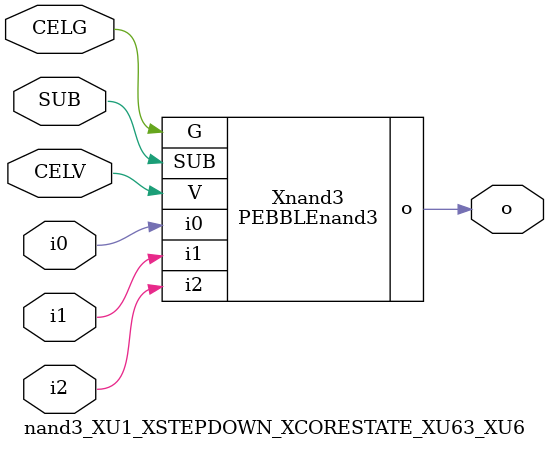
<source format=v>



module PEBBLEnand3 ( o, G, SUB, V, i0, i1, i2 );

  input i0;
  input V;
  input i2;
  input i1;
  input G;
  output o;
  input SUB;
endmodule

//Celera Confidential Do Not Copy nand3_XU1_XSTEPDOWN_XCORESTATE_XU63_XU6
//Celera Confidential Symbol Generator
//5V Inverter
module nand3_XU1_XSTEPDOWN_XCORESTATE_XU63_XU6 (CELV,CELG,i0,i1,i2,o,SUB);
input CELV;
input CELG;
input i0;
input i1;
input i2;
input SUB;
output o;

//Celera Confidential Do Not Copy nand3
PEBBLEnand3 Xnand3(
.V (CELV),
.i0 (i0),
.i1 (i1),
.i2 (i2),
.o (o),
.SUB (SUB),
.G (CELG)
);
//,diesize,PEBBLEnand3

//Celera Confidential Do Not Copy Module End
//Celera Schematic Generator
endmodule

</source>
